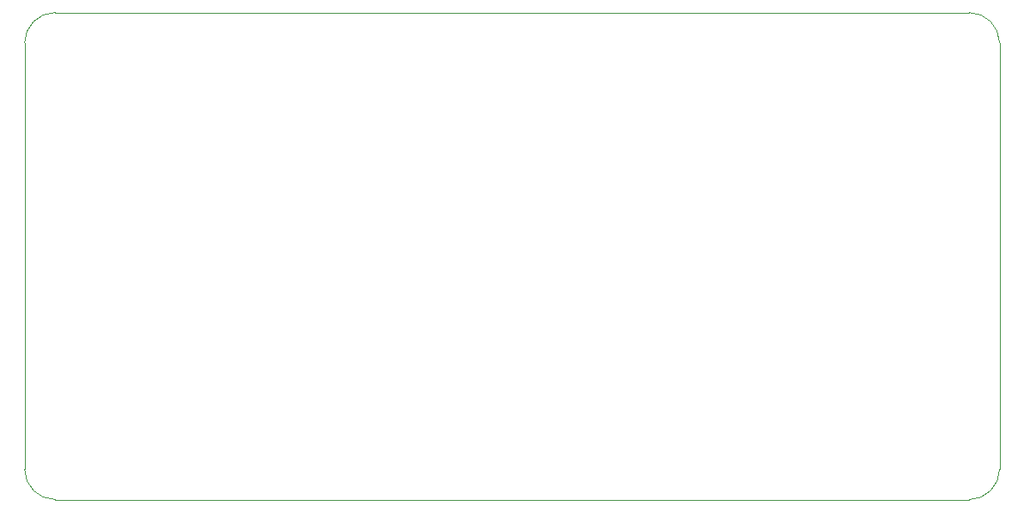
<source format=gm1>
G04 #@! TF.GenerationSoftware,KiCad,Pcbnew,(5.1.2)-1*
G04 #@! TF.CreationDate,2019-11-15T07:26:44-08:00*
G04 #@! TF.ProjectId,AppleIIJoystick,4170706c-6549-4494-9a6f-79737469636b,rev?*
G04 #@! TF.SameCoordinates,Original*
G04 #@! TF.FileFunction,Profile,NP*
%FSLAX46Y46*%
G04 Gerber Fmt 4.6, Leading zero omitted, Abs format (unit mm)*
G04 Created by KiCad (PCBNEW (5.1.2)-1) date 2019-11-15 07:26:44*
%MOMM*%
%LPD*%
G04 APERTURE LIST*
%ADD10C,0.050000*%
G04 APERTURE END LIST*
D10*
X76000000Y-86000000D02*
X76000000Y-44000000D01*
X169000000Y-89000000D02*
X79000000Y-89000000D01*
X172000000Y-44000000D02*
X172000000Y-86000000D01*
X79000000Y-41000000D02*
X169000000Y-41000000D01*
X79000000Y-89000000D02*
G75*
G02X76000000Y-86000000I0J3000000D01*
G01*
X76000000Y-44000000D02*
G75*
G02X79000000Y-41000000I3000000J0D01*
G01*
X169000000Y-41000000D02*
G75*
G02X172000000Y-44000000I0J-3000000D01*
G01*
X172000000Y-86000000D02*
G75*
G02X169000000Y-89000000I-3000000J0D01*
G01*
M02*

</source>
